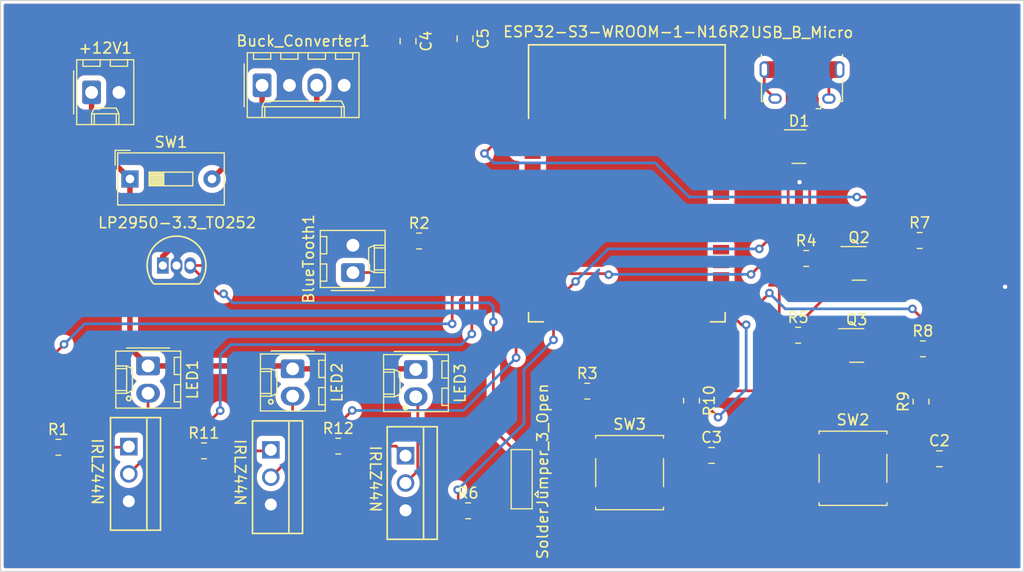
<source format=kicad_pcb>
(kicad_pcb (version 20221018) (generator pcbnew)
  (layers (0 "F.Cu" signal) (31 "B.Cu" signal) (34 "B.Paste" user) (35 "F.Paste" user) (36 "B.SilkS" user "B.Silkscreen") (37 "F.SilkS" user "F.Silkscreen") (38 "B.Mask" user) (39 "F.Mask" user) (44 "Edge.Cuts" user))
  (net 0 "")
  (net 1 "/+")
  (net 2 "GND")
  (net 3 "Net-(BlueTooth1-Pin_1)")
  (net 4 "/in+")
  (net 5 "/out+")
  (net 6 "/CHIP_PU")
  (net 7 "/GPIO0_STRAPPING")
  (net 8 "/D+")
  (net 9 "/D-")
  (net 10 "+5V")
  (net 12 "unconnected-(J1-Shield-Pad6)")
  (net 13 "Net-(JP1-C)")
  (net 14 "+3V3")
  (net 15 "/-")
  (net 16 "Net-(LED2-Pin_2)")
  (net 17 "Net-(LED3-Pin_2)")
  (net 18 "Net-(Q1-G)")
  (net 19 "Net-(Q2-B)")
  (net 20 "/RTS")
  (net 21 "Net-(Q2-C)")
  (net 22 "Net-(Q3-B)")
  (net 23 "/DTR")
  (net 24 "Net-(Q3-C)")
  (net 25 "Net-(Q4-G)")
  (net 26 "Net-(Q5-G)")
  (net 27 "/GPIO15")
  (net 28 "/GPIO5")
  (net 29 "/GPIO46_STRAPPING")
  (net 30 "/GPIO3_STRAPPING")
  (net 31 "/GPIO16")
  (net 32 "/GPIO17")
  (net 33 "/VBAT_SENSE")
  (net 34 "/GPIO6")
  (net 35 "/GPIO7")
  (net 36 "/GPIO18")
  (net 37 "/M1_FAULT")
  (net 38 "/M1_EN")
  (net 39 "/M1_PWM")
  (net 40 "/M1_DIR")
  (net 41 "/M2_FAULT")
  (net 42 "/M2_EN")
  (net 43 "/M2_PWM")
  (net 44 "/M2_DIR")
  (net 45 "/CAMERA_CS")
  (net 46 "/CAMERA_MOSI")
  (net 47 "/GPIO45_STRAPPING")
  (net 48 "/CAMERA_MISO")
  (net 49 "/CAMERA_SCK")
  (net 50 "/CAMERA_SDA")
  (net 51 "/CAMERA_SCL")
  (net 52 "/MTCK")
  (net 53 "/MTDO")
  (net 54 "/MTDI")
  (net 55 "/MTMS")
  (net 56 "/RX")
  (net 57 "/TX")
  (net 58 "/I_M_1")
  (net 59 "/I_M_2")
  (footprint "Resistor_SMD:R_0805_2012Metric" (layer "F.Cu") (at 195.389789 112.274608 90)
    (fp_text reference "R9" (at 0 -1.65 90) (layer "F.SilkS"))
    (fp_text value "100k")
    (pad "1" smd roundrect (at -0.9125 0 90) (size 1.025 1.4) (layers "F.Cu" "F.Paste" "F.Mask") (roundrect_rratio 0.243902439) (net 14 "+3V3"))
    (pad "2" smd roundrect (at 0.9125 0 90) (size 1.025 1.4) (layers "F.Cu" "F.Paste" "F.Mask") (roundrect_rratio 0.243902439) (net 6 "/CHIP_PU"))
  )
  (footprint "Connector_Molex:Molex_KK-254_AE-6410-02A_1x02_P2.54mm_Vertical" (layer "F.Cu") (at 142.615398 100.277915 90)
    (fp_text reference "BlueTooth1" (at 1.27 -4.12 90) (layer "F.SilkS"))
    (fp_text value "LED" hide)
    (pad "1" thru_hole roundrect (at 0 0 90) (size 1.74 2.19) (drill 1.19) (layers "*.Cu" "*.Mask") (roundrect_rratio 0.1436781609) (net 3 "Net-(BlueTooth1-Pin_1)"))
    (pad "2" thru_hole oval (at 2.54 0 90) (size 1.74 2.19) (drill 1.19) (layers "*.Cu" "*.Mask") (net 2 "GND"))
  )
  (footprint "Resistor_SMD:R_0805_2012Metric" (layer "F.Cu") (at 184.71822 98.968279)
    (fp_text reference "R4" (at 0 -1.65) (layer "F.SilkS"))
    (fp_text value "10k")
    (pad "1" smd roundrect (at -0.9125 0) (size 1.025 1.4) (layers "F.Cu" "F.Paste" "F.Mask") (roundrect_rratio 0.243902439) (net 23 "/DTR"))
    (pad "2" smd roundrect (at 0.9125 0) (size 1.025 1.4) (layers "F.Cu" "F.Paste" "F.Mask") (roundrect_rratio 0.243902439) (net 19 "Net-(Q2-B)"))
  )
  (footprint "Connector_USB:USB_Micro-B_Amphenol_10118194_Horizontal" (layer "F.Cu") (at 184.329553 82.703458 180)
    (fp_text reference "J1" hide)
    (fp_text value "USB_B_Micro" (at 0 4.75) (layer "F.SilkS"))
    (pad "1" smd rect (at -1.3 -1.4 180) (size 0.4 1.35) (layers "F.Cu" "F.Paste" "F.Mask") (net 10 "+5V"))
    (pad "2" smd rect (at -0.65 -1.4 180) (size 0.4 1.35) (layers "F.Cu" "F.Paste" "F.Mask") (net 9 "/D-"))
    (pad "3" smd rect (at 0 -1.4 180) (size 0.4 1.35) (layers "F.Cu" "F.Paste" "F.Mask") (net 8 "/D+"))
    (pad "4" smd rect (at 0.65 -1.4 180) (size 0.4 1.35) (layers "F.Cu" "F.Paste" "F.Mask"))
    (pad "5" smd rect (at 1.3 -1.4 180) (size 0.4 1.35) (layers "F.Cu" "F.Paste" "F.Mask") (net 2 "GND"))
    (pad "6" thru_hole oval (at -3.5 1.3 180) (size 0.89 1.55) (drill oval 0.5 1.15) (layers "*.Cu" "*.Mask") (net 12 "unconnected-(J1-Shield-Pad6)"))
    (pad "6" smd rect (at -2.9 1.3 180) (size 1.2 1.55) (layers "F.Cu" "F.Paste" "F.Mask") (net 12 "unconnected-(J1-Shield-Pad6)"))
    (pad "6" thru_hole oval (at -2.5 -1.4 180) (size 1.25 0.95) (drill oval 0.85 0.55) (layers "*.Cu" "*.Mask") (net 12 "unconnected-(J1-Shield-Pad6)"))
    (pad "6" smd rect (at -1 1.3 180) (size 1.5 1.55) (layers "F.Cu" "F.Paste" "F.Mask") (net 12 "unconnected-(J1-Shield-Pad6)"))
    (pad "6" smd rect (at 1 1.3 180) (size 1.5 1.55) (layers "F.Cu" "F.Paste" "F.Mask") (net 12 "unconnected-(J1-Shield-Pad6)"))
    (pad "6" thru_hole oval (at 2.5 -1.4 180) (size 1.25 0.95) (drill oval 0.85 0.55) (layers "*.Cu" "*.Mask") (net 12 "unconnected-(J1-Shield-Pad6)"))
    (pad "6" smd rect (at 2.9 1.3 180) (size 1.2 1.55) (layers "F.Cu" "F.Paste" "F.Mask") (net 12 "unconnected-(J1-Shield-Pad6)"))
    (pad "6" thru_hole oval (at 3.5 1.3 180) (size 0.89 1.55) (drill oval 0.5 1.15) (layers "*.Cu" "*.Mask") (net 12 "unconnected-(J1-Shield-Pad6)"))
  )
  (footprint "Resistor_SMD:R_0805_2012Metric_Pad1.20x1.40mm_HandSolder" (layer "F.Cu") (at 148.768279 97.342535)
    (fp_text reference "R2" (at 0 -1.65) (layer "F.SilkS"))
    (fp_text value "10000")
    (pad "1" smd roundrect (at -1 0) (size 1.2 1.4) (layers "F.Cu" "F.Paste" "F.Mask") (roundrect_rratio 0.2083333333) (net 28 "/GPIO5"))
    (pad "2" smd roundrect (at 1 0) (size 1.2 1.4) (layers "F.Cu" "F.Paste" "F.Mask") (roundrect_rratio 0.2083333333) (net 3 "Net-(BlueTooth1-Pin_1)"))
  )
  (footprint "Connector_Molex:Molex_KK-254_AE-6410-02A_1x02_P2.54mm_Vertical" (layer "F.Cu") (at 137.014557 109.228516 -90)
    (fp_text reference "LED2" (at 1.27 -4.12 90) (layer "F.SilkS"))
    (fp_text value "Conn_01x02" hide)
    (pad "1" thru_hole roundrect (at 0 0 270) (size 1.74 2.19) (drill 1.19) (layers "*.Cu" "*.Mask") (roundrect_rratio 0.1436781609) (net 1 "/+"))
    (pad "2" thru_hole oval (at 2.54 0 270) (size 1.74 2.19) (drill 1.19) (layers "*.Cu" "*.Mask") (net 16 "Net-(LED2-Pin_2)"))
  )
  (footprint "IRL:PG-TO220-3_INF" (layer "F.Cu") (at 134.990157 116.761054 -90)
    (fp_text reference "Q4" hide)
    (fp_text value "IRLZ44N" (at 2.096358 2.861677 -90 unlocked) (layer "F.SilkS"))
    (pad "1" thru_hole rect (at 0 0 270) (size 1.6256 1.6256) (drill 1.1176) (layers "*.Cu" "*.Mask") (net 25 "Net-(Q4-G)"))
    (pad "2" thru_hole circle (at 2.54 0 270) (size 1.6256 1.6256) (drill 1.1176) (layers "*.Cu" "*.Mask") (net 16 "Net-(LED2-Pin_2)"))
    (pad "3" thru_hole circle (at 5.08 0 270) (size 1.6256 1.6256) (drill 1.1176) (layers "*.Cu" "*.Mask") (net 2 "GND"))
  )
  (footprint "IRL:PG-TO220-3_INF" (layer "F.Cu") (at 121.797815 116.457394 -90)
    (fp_text reference "Q1" hide)
    (fp_text value "IRLZ44N" (at 2.332538 2.940403 -90 unlocked) (layer "F.SilkS"))
    (pad "1" thru_hole rect (at 0 0 270) (size 1.6256 1.6256) (drill 1.1176) (layers "*.Cu" "*.Mask") (net 18 "Net-(Q1-G)"))
    (pad "2" thru_hole circle (at 2.54 0 270) (size 1.6256 1.6256) (drill 1.1176) (layers "*.Cu" "*.Mask") (net 15 "/-"))
    (pad "3" thru_hole circle (at 5.08 0 270) (size 1.6256 1.6256) (drill 1.1176) (layers "*.Cu" "*.Mask") (net 2 "GND"))
  )
  (footprint "LP2950:LP3_TEX" (layer "F.Cu") (at 124.959876 99.619985)
    (fp_text reference "U2" hide)
    (fp_text value "LP2950-3.3_TO252" (at 1.320337 -3.973222 unlocked) (layer "F.SilkS"))
    (pad "1" thru_hole rect (at 0 0) (size 1.07 1.5) (drill 0.762) (layers "*.Cu" "*.Mask") (net 5 "/out+"))
    (pad "2" thru_hole oval (at 1.27 0) (size 1.07 1.5) (drill 0.762) (layers "*.Cu" "*.Mask") (net 2 "GND"))
    (pad "3" thru_hole oval (at 2.54 0) (size 1.07 1.5) (drill 0.762) (layers "*.Cu" "*.Mask") (net 14 "+3V3"))
  )
  (footprint "Connector_Molex:Molex_KK-254_AE-6410-02A_1x02_P2.54mm_Vertical" (layer "F.Cu") (at 148.452419 109.286497 -90)
    (fp_text reference "LED3" (at 1.27 -4.12 90) (layer "F.SilkS"))
    (fp_text value "Conn_01x02" hide)
    (pad "1" thru_hole roundrect (at 0 0 270) (size 1.74 2.19) (drill 1.19) (layers "*.Cu" "*.Mask") (roundrect_rratio 0.1436781609) (net 1 "/+"))
    (pad "2" thru_hole oval (at 2.54 0 270) (size 1.74 2.19) (drill 1.19) (layers "*.Cu" "*.Mask") (net 17 "Net-(LED3-Pin_2)"))
  )
  (footprint "Capacitor_SMD:C_0805_2012Metric" (layer "F.Cu") (at 147.73409 78.758016 -90)
    (fp_text reference "C4" (at 0 -1.68 90) (layer "F.SilkS"))
    (fp_text value "10u")
    (pad "1" smd roundrect (at -0.95 0 270) (size 1 1.45) (layers "F.Cu" "F.Paste" "F.Mask") (net 14 "+3V3"))
    (pad "2" smd roundrect (at 0.95 0 270) (size 1 1.45) (layers "F.Cu" "F.Paste" "F.Mask") (net 2 "GND"))
  )
  (footprint "Resistor_SMD:R_0805_2012Metric_Pad1.20x1.40mm_HandSolder" (layer "F.Cu") (at 128.772904 116.853758)
    (fp_text reference "R11" (at 0 -1.65) (layer "F.SilkS"))
    (fp_text value "10000")
    (pad "1" smd roundrect (at -1 0) (size 1.2 1.4) (layers "F.Cu" "F.Paste" "F.Mask") (roundrect_rratio 0.2083333333) (net 31 "/GPIO16"))
    (pad "2" smd roundrect (at 1 0) (size 1.2 1.4) (layers "F.Cu" "F.Paste" "F.Mask") (roundrect_rratio 0.2083333333) (net 25 "Net-(Q4-G)"))
  )
  (footprint "Capacitor_SMD:C_0805_2012Metric" (layer "F.Cu") (at 153.030094 78.529309 -90)
    (fp_text reference "C5" (at 0 -1.68 90) (layer "F.SilkS"))
    (fp_text value "100n")
    (pad "1" smd roundrect (at -0.95 0 270) (size 1 1.45) (layers "F.Cu" "F.Paste" "F.Mask") (net 14 "+3V3"))
    (pad "2" smd roundrect (at 0.95 0 270) (size 1 1.45) (layers "F.Cu" "F.Paste" "F.Mask") (net 2 "GND"))
  )
  (footprint "Jason's esp32:ESP32-S3-WROOM-1_EXP" (layer "F.Cu") (at 168.062695 91.980657)
    (fp_text reference "U1" hide)
    (fp_text value "ESP32-S3-WROOM-1-N16R2" (at -0.056142 -14.083011 unlocked) (layer "F.SilkS"))
    (pad "1" smd rect (at -8.75 -5.26) (size 1.4986 0.889) (layers "F.Cu" "F.Paste" "F.Mask") (net 2 "GND"))
    (pad "2" smd rect (at -8.75 -3.99) (size 1.4986 0.889) (layers "F.Cu" "F.Paste" "F.Mask") (net 14 "+3V3"))
    (pad "3" smd rect (at -8.75 -2.72) (size 1.4986 0.889) (layers "F.Cu" "F.Paste" "F.Mask") (net 6 "/CHIP_PU"))
    (pad "4" smd rect (at -8.75 -1.45) (size 1.4986 0.889) (layers "F.Cu" "F.Paste" "F.Mask") (net 33 "/VBAT_SENSE"))
    (pad "5" smd rect (at -8.75 -0.18) (size 1.4986 0.889) (layers "F.Cu" "F.Paste" "F.Mask") (net 28 "/GPIO5"))
    (pad "6" smd rect (at -8.75 1.09) (size 1.4986 0.889) (layers "F.Cu" "F.Paste" "F.Mask") (net 34 "/GPIO6"))
    (pad "7" smd rect (at -8.75 2.36) (size 1.4986 0.889) (layers "F.Cu" "F.Paste" "F.Mask") (net 35 "/GPIO7"))
    (pad "8" smd rect (at -8.75 3.63) (size 1.4986 0.889) (layers "F.Cu" "F.Paste" "F.Mask") (net 27 "/GPIO15"))
    (pad "9" smd rect (at -8.75 4.9) (size 1.4986 0.889) (layers "F.Cu" "F.Paste" "F.Mask") (net 31 "/GPIO16"))
    (pad "10" smd rect (at -8.75 6.17) (size 1.4986 0.889) (layers "F.Cu" "F.Paste" "F.Mask") (net 32 "/GPIO17"))
    (pad "11" smd rect (at -8.75 7.44) (size 1.4986 0.889) (layers "F.Cu" "F.Paste" "F.Mask") (net 36 "/GPIO18"))
    (pad "12" smd rect (at -8.75 8.71) (size 1.4986 0.889) (layers "F.Cu" "F.Paste" "F.Mask") (net 37 "/M1_FAULT"))
    (pad "13" smd rect (at -8.75 9.98) (size 1.4986 0.889) (layers "F.Cu" "F.Paste" "F.Mask") (net 9 "/D-"))
    (pad "14" smd rect (at -8.75 11.25) (size 1.4986 0.889) (layers "F.Cu" "F.Paste" "F.Mask") (net 8 "/D+"))
    (pad "15" smd rect (at -6.985 12.5 90) (size 1.4986 0.889) (layers "F.Cu" "F.Paste" "F.Mask") (net 30 "/GPIO3_STRAPPING"))
    (pad "16" smd rect (at -5.715 12.5 90) (size 1.4986 0.889) (layers "F.Cu" "F.Paste" "F.Mask") (net 29 "/GPIO46_STRAPPING"))
    (pad "17" smd rect (at -4.445 12.5 90) (size 1.4986 0.889) (layers "F.Cu" "F.Paste" "F.Mask") (net 38 "/M1_EN"))
    (pad "18" smd rect (at -3.175 12.5 90) (size 1.4986 0.889) (layers "F.Cu" "F.Paste" "F.Mask") (net 39 "/M1_PWM"))
    (pad "19" smd rect (at -1.905 12.5 90) (size 1.4986 0.889) (layers "F.Cu" "F.Paste" "F.Mask") (net 40 "/M1_DIR"))
    (pad "20" smd rect (at -0.635 12.5 90) (size 1.4986 0.889) (layers "F.Cu" "F.Paste" "F.Mask") (net 41 "/M2_FAULT"))
    (pad "21" smd rect (at 0.635 12.5 90) (size 1.4986 0.889) (layers "F.Cu" "F.Paste" "F.Mask") (net 42 "/M2_EN"))
    (pad "22" smd rect (at 1.905 12.5 90) (size 1.4986 0.889) (layers "F.Cu" "F.Paste" "F.Mask") (net 43 "/M2_PWM"))
    (pad "23" smd rect (at 3.175 12.5 90) (size 1.4986 0.889) (layers "F.Cu" "F.Paste" "F.Mask") (net 44 "/M2_DIR"))
    (pad "24" smd rect (at 4.445 12.5 90) (size 1.4986 0.889) (layers "F.Cu" "F.Paste" "F.Mask") (net 45 "/CAMERA_CS"))
    (pad "25" smd rect (at 5.715 12.5 90) (size 1.4986 0.889) (layers "F.Cu" "F.Paste" "F.Mask") (net 46 "/CAMERA_MOSI"))
    (pad "26" smd rect (at 6.985 12.5 90) (size 1.4986 0.889) (layers "F.Cu" "F.Paste" "F.Mask") (net 47 "/GPIO45_STRAPPING"))
    (pad "27" smd rect (at 8.75 11.25) (size 1.4986 0.889) (layers "F.Cu" "F.Paste" "F.Mask") (net 7 "/GPIO0_STRAPPING"))
    (pad "28" smd rect (at 8.75 9.98) (size 1.4986 0.889) (layers "F.Cu" "F.Paste" "F.Mask") (net 48 "/CAMERA_MISO"))
    (pad "29" smd rect (at 8.75 8.71) (size 1.4986 0.889) (layers "F.Cu" "F.Paste" "F.Mask") (net 49 "/CAMERA_SCK"))
    (pad "30" smd rect (at 8.75 7.44) (size 1.4986 0.889) (layers "F.Cu" "F.Paste" "F.Mask") (net 50 "/CAMERA_SDA"))
    (pad "31" smd rect (at 8.75 6.17) (size 1.4986 0.889) (layers "F.Cu" "F.Paste" "F.Mask") (net 51 "/CAMERA_SCL"))
    (pad "32" smd rect (at 8.75 4.9) (size 1.4986 0.889) (layers "F.Cu" "F.Paste" "F.Mask") (net 52 "/MTCK"))
    (pad "33" smd rect (at 8.75 3.63) (size 1.4986 0.889) (layers "F.Cu" "F.Paste" "F.Mask") (net 53 "/MTDO"))
    (pad "34" smd rect (at 8.75 2.36) (size 1.4986 0.889) (layers "F.Cu" "F.Paste" "F.Mask") (net 54 "/MTDI"))
    (pad "35" smd rect (at 8.75 1.09) (size 1.4986 0.889) (layers "F.Cu" "F.Paste" "F.Mask") (net 55 "/MTMS"))
    (pad "36" smd rect (at 8.75 -0.18) (size 1.4986 0.889) (layers "F.Cu" "F.Paste" "F.Mask") (net 56 "/RX"))
    (pad "37" smd rect (at 8.75 -1.45) (size 1.4986 0.889) (layers "F.Cu" "F.Paste" "F.Mask") (net 57 "/TX"))
    (pad "38" smd rect (at 8.75 -2.72) (size 1.4986 0.889) (layers "F.Cu" "F.Paste" "F.Mask") (net 58 "/I_M_1"))
    (pad "39" smd rect (at 8.75 -3.99) (size 1.4986 0.889) (layers "F.Cu" "F.Paste" "F.Mask") (net 59 "/I_M_2"))
    (pad "40" smd rect (at 8.75 -5.26) (size 1.4986 0.889) (layers "F.Cu" "F.Paste" "F.Mask") (net 2 "GND"))
    (pad "41" smd rect (at -1.25 2.46) (size 0.889 0.889) (layers "F.Cu" "F.Paste" "F.Mask") (net 2 "GND"))
    (pad "42" smd rect (at -1.25 1.06) (size 0.889 0.889) (layers "F.Cu" "F.Paste" "F.Mask") (net 2 "GND"))
    (pad "43" smd rect (at -2.65 1.06) (size 0.889 0.889) (layers "F.Cu" "F.Paste" "F.Mask") (net 2 "GND"))
    (pad "44" smd rect (at -2.65 2.46) (size 0.889 0.889) (layers "F.Cu" "F.Paste" "F.Mask") (net 2 "GND"))
    (pad "45" smd rect (at -2.65 3.86) (size 0.889 0.889) (layers "F.Cu" "F.Paste" "F.Mask") (net 2 "GND"))
    (pad "46" smd rect (at -1.25 3.86) (size 0.889 0.889) (layers "F.Cu" "F.Paste" "F.Mask") (net 2 "GND"))
    (pad "47" smd rect (at 0.15 3.86) (size 0.889 0.889) (layers "F.Cu" "F.Paste" "F.Mask") (net 2 "GND"))
    (pad "48" smd rect (at 0.15 2.46) (size 0.889 0.889) (layers "F.Cu" "F.Paste" "F.Mask") (net 2 "GND"))
    (pad "49" smd rect (at 0.15 1.06) (size 0.889 0.889) (layers "F.Cu" "F.Paste" "F.Mask") (net 2 "GND"))
  )
  (footprint "Button_Switch_THT:SW_DIP_SPSTx01_Slide_9.78x4.72mm_W7.62mm_P2.54mm" (layer "F.Cu") (at 121.904276 91.572994)
    (fp_text reference "SW1" (at 3.81 -3.42) (layer "F.SilkS"))
    (fp_text value "SW_DIP_x01" hide)
    (pad "1" thru_hole rect (at 0 0) (size 1.6 1.6) (drill 0.8) (layers "*.Cu" "*.Mask") (net 1 "/+"))
    (pad "2" thru_hole oval (at 7.62 0) (size 1.6 1.6) (drill 0.8) (layers "*.Cu" "*.Mask") (net 4 "/in+"))
  )
  (footprint "Capacitor_SMD:C_0805_2012Metric" (layer "F.Cu") (at 197.094003 117.592762)
    (fp_text reference "C2" (at 0 -1.68) (layer "F.SilkS"))
    (fp_text value "1u")
    (pad "1" smd roundrect (at -0.95 0) (size 1 1.45) (layers "F.Cu" "F.Paste" "F.Mask") (net 6 "/CHIP_PU"))
    (pad "2" smd roundrect (at 0.95 0) (size 1 1.45) (layers "F.Cu" "F.Paste" "F.Mask") (net 2 "GND"))
  )
  (footprint "Connector_Molex:Molex_KK-254_AE-6410-02A_1x02_P2.54mm_Vertical" (layer "F.Cu") (at 118.339464 83.526003)
    (fp_text reference "+12V1" (at 1.27 -4.12) (layer "F.SilkS"))
    (fp_text value "Conn_01x02" hide)
    (pad "1" thru_hole roundrect (at 0 0) (size 1.74 2.19) (drill 1.19) (layers "*.Cu" "*.Mask") (roundrect_rratio 0.1436781609) (net 1 "/+"))
    (pad "2" thru_hole oval (at 2.54 0) (size 1.74 2.19) (drill 1.19) (layers "*.Cu" "*.Mask") (net 2 "GND"))
  )
  (footprint "IRL:PG-TO220-3_INF" (layer "F.Cu") (at 147.501475 117.303843 -90)
    (fp_text reference "Q5" hide)
    (fp_text value "IRLZ44N" (at 2.160889 2.799219 -90 unlocked) (layer "F.SilkS"))
    (pad "1" thru_hole rect (at 0 0 270) (size 1.6256 1.6256) (drill 1.1176) (layers "*.Cu" "*.Mask") (net 26 "Net-(Q5-G)"))
    (pad "2" thru_hole circle (at 2.54 0 270) (size 1.6256 1.6256) (drill 1.1176) (layers "*.Cu" "*.Mask") (net 17 "Net-(LED3-Pin_2)"))
    (pad "3" thru_hole circle (at 5.08 0 270) (size 1.6256 1.6256) (drill 1.1176) (layers "*.Cu" "*.Mask") (net 2 "GND"))
  )
  (footprint "Connector_Molex:Molex_KK-254_AE-6410-02A_1x02_P2.54mm_Vertical" (layer "F.Cu") (at 123.586035 108.958596 -90)
    (fp_text reference "LED1" (at 1.27 -4.12 90) (layer "F.SilkS"))
    (fp_text value "Conn_01x02" hide)
    (pad "1" thru_hole roundrect (at 0 0 270) (size 1.74 2.19) (drill 1.19) (layers "*.Cu" "*.Mask") (roundrect_rratio 0.1436781609) (net 1 "/+"))
    (pad "2" thru_hole oval (at 2.54 0 270) (size 1.74 2.19) (drill 1.19) (layers "*.Cu" "*.Mask") (net 15 "/-"))
  )
  (footprint "Resistor_SMD:R_0805_2012Metric" (layer "F.Cu") (at 195.562592 107.36954)
    (fp_text reference "R8" (at 0 -1.65) (layer "F.SilkS"))
    (fp_text value "10k")
    (pad "1" smd roundrect (at -0.9125 0) (size 1.025 1.4) (layers "F.Cu" "F.Paste" "F.Mask") (roundrect_rratio 0.243902439) (net 24 "Net-(Q3-C)"))
    (pad "2" smd roundrect (at 0.9125 0) (size 1.025 1.4) (layers "F.Cu" "F.Paste" "F.Mask") (roundrect_rratio 0.243902439) (net 7 "/GPIO0_STRAPPING"))
  )
  (footprint "Capacitor_SMD:C_0805_2012Metric" (layer "F.Cu") (at 175.933053 117.277855)
    (fp_text reference "C3" (at 0 -1.68) (layer "F.SilkS"))
    (fp_text value "1u")
    (pad "1" smd roundrect (at -0.95 0) (size 1 1.45) (layers "F.Cu" "F.Paste" "F.Mask") (net 7 "/GPIO0_STRAPPING"))
    (pad "2" smd roundrect (at 0.95 0) (size 1 1.45) (layers "F.Cu" "F.Paste" "F.Mask") (net 2 "GND"))
  )
  (footprint "Button_Switch_SMD:SW_SPST_B3S-1000" (layer "F.Cu") (at 168.318961 118.879239)
    (fp_text reference "SW3" (at 0 -4.5) (layer "F.SilkS"))
    (fp_text value "SW_Push")
    (pad "1" smd rect (at -3.975 -2.25) (size 1.55 1.3) (layers "F.Cu" "F.Paste" "F.Mask") (net 2 "GND"))
    (pad "1" smd rect (at 3.975 -2.25) (size 1.55 1.3) (layers "F.Cu" "F.Paste" "F.Mask") (net 2 "GND"))
    (pad "2" smd rect (at -3.975 2.25) (size 1.55 1.3) (layers "F.Cu" "F.Paste" "F.Mask") (net 7 "/GPIO0_STRAPPING"))
    (pad "2" smd rect (at 3.975 2.25) (size 1.55 1.3) (layers "F.Cu" "F.Paste" "F.Mask") (net 7 "/GPIO0_STRAPPING"))
  )
  (footprint "Jumper:SolderJumper-3_P2.0mm_Open_TrianglePad1.0x1.5mm" (layer "F.Cu") (at 158.315147 119.489733 90)
    (fp_text reference "JP1" hide)
    (fp_text value "SolderJumper_3_Open" (at 0.725 1.925 90) (layer "F.SilkS"))
    (pad "1" smd custom (at -2 0 90) (size 0.3 0.3) (layers "F.Cu" "F.Mask") (net 2 "GND") (options (clearance outline) (anchor rect)) (primitives (gr_poly (pts (xy 1 0) (xy 0.5 0.75) (xy -0.5 0.75) (xy -0.5 -0.75) (xy 0.5 -0.75)) (width 0) (fill yes))))
    (pad "2" smd custom (at 0 0 90) (size 0.3 0.3) (layers "F.Cu") (net 13 "Net-(JP1-C)") (options (clearance outline) (anchor rect)) (primitives (gr_poly (pts (xy 0.7 0) (xy 1.2 0.75) (xy -1.2 0.75) (xy -0.7 0) (xy -1.2 -0.75) (xy 1.2 -0.75)) (width 0) (fill yes))))
    (pad "3" smd custom (at 2 0 270) (size 0.3 0.3) (layers "F.Cu" "F.Mask") (net 14 "+3V3") (options (clearance outline) (anchor rect)) (primitives (gr_poly (pts (xy 1 0) (xy 0.5 0.75) (xy -0.5 0.75) (xy -0.5 -0.75) (xy 0.5 -0.75)) (width 0) (fill yes))))
  )
  (footprint "Resistor_SMD:R_0805_2012Metric_Pad1.20x1.40mm_HandSolder" (layer "F.Cu") (at 141.256706 116.415138)
    (fp_text reference "R12" (at 0 -1.65) (layer "F.SilkS"))
    (fp_text value "10000")
    (pad "1" smd roundrect (at -1 0) (size 1.2 1.4) (layers "F.Cu" "F.Paste" "F.Mask") (roundrect_rratio 0.2083333333) (net 32 "/GPIO17"))
    (pad "2" smd roundrect (at 1 0) (size 1.2 1.4) (layers "F.Cu" "F.Paste" "F.Mask") (roundrect_rratio 0.2083333333) (net 26 "Net-(Q5-G)"))
  )
  (footprint "Connector_Molex:Molex_KK-254_AE-6410-04A_1x04_P2.54mm_Vertical" (layer "F.Cu") (at 134.180397 82.868073)
    (fp_text reference "Buck_Converter1" (at 3.81 -4.12) (layer "F.SilkS"))
    (fp_text value "Conn_01x04" hide)
    (pad "1" thru_hole roundrect (at 0 0) (size 1.74 2.19) (drill 1.19) (layers "*.Cu" "*.Mask") (roundrect_rratio 0.1436781609) (net 4 "/in+"))
    (pad "2" thru_hole oval (at 2.54 0) (size 1.74 2.19) (drill 1.19) (layers "*.Cu" "*.Mask") (net 2 "GND"))
    (pad "3" thru_hole oval (at 5.08 0) (size 1.74 2.19) (drill 1.19) (layers "*.Cu" "*.Mask") (net 5 "/out+"))
    (pad "4" thru_hole oval (at 7.62 0) (size 1.74 2.19) (drill 1.19) (layers "*.Cu" "*.Mask") (net 2 "GND"))
  )
  (footprint "Package_TO_SOT_SMD:SOT-23" (layer "F.Cu") (at 189.416211 107.05429)
    (fp_text reference "Q3" (at 0 -2.4) (layer "F.SilkS"))
    (fp_text value "SS8050-G")
    (pad "1" smd roundrect (at -0.9375 -0.95) (size 1.475 0.6) (layers "F.Cu" "F.Paste" "F.Mask") (net 22 "Net-(Q3-B)"))
    (pad "2" smd roundrect (at -0.9375 0.95) (size 1.475 0.6) (layers "F.Cu" "F.Paste" "F.Mask") (net 23 "/DTR"))
    (pad "3" smd roundrect (at 0.9375 0) (size 1.475 0.6) (layers "F.Cu" "F.Paste" "F.Mask") (net 24 "Net-(Q3-C)"))
  )
  (footprint "Resistor_SMD:R_0805_2012Metric" (layer "F.Cu") (at 183.972901 106.10429)
    (fp_text reference "R5" (at 0 -1.65) (layer "F.SilkS"))
    (fp_text value "10k")
    (pad "1" smd roundrect (at -0.9125 0) (size 1.025 1.4) (layers "F.Cu" "F.Paste" "F.Mask") (roundrect_rratio 0.243902439) (net 20 "/RTS"))
    (pad "2" smd roundrect (at 0.9125 0) (size 1.025 1.4) (layers "F.Cu" "F.Paste" "F.Mask") (roundrect_rratio 0.243902439) (net 22 "Net-(Q3-B)"))
  )
  (footprint "Package_TO_SOT_SMD:SOT-143" (layer "F.Cu") (at 184.04597 88.566055)
    (fp_text reference "D1" (at 0.02 -2.38) (layer "F.SilkS"))
    (fp_text value "SP0503BAHT")
    (pad "1" smd rect (at -1 -0.75) (size 0.7 1) (layers "F.Cu" "F.Paste" "F.Mask") (net 2 "GND"))
    (pad "2" smd rect (at -1 0.95) (size 0.7 0.6) (layers "F.Cu" "F.Paste" "F.Mask") (net 8 "/D+"))
    (pad "3" smd rect (at 1 0.95) (size 0.7 0.6) (layers "F.Cu" "F.Paste" "F.Mask") (net 9 "/D-"))
    (pad "4" smd rect (at 1 -0.95) (size 0.7 0.6) (layers "F.Cu" "F.Paste" "F.Mask") (net 10 "+5V"))
  )
  (footprint "Resistor_SMD:R_0805_2012Metric" (layer "F.Cu") (at 195.258932 97.298149)
    (fp_text reference "R7" (at 0 -1.65) (layer "F.SilkS"))
    (fp_text value "10k")
    (pad "1" smd roundrect (at -0.9125 0) (size 1.025 1.4) (layers "F.Cu" "F.Paste" "F.Mask") (roundrect_rratio 0.243902439) (net 21 "Net-(Q2-C)"))
    (pad "2" smd roundrect (at 0.9125 0) (size 1.025 1.4) (layers "F.Cu" "F.Paste" "F.Mask") (roundrect_rratio 0.243902439) (net 6 "/CHIP_PU"))
  )
  (footprint "Button_Switch_SMD:SW_SPST_B3S-1000" (layer "F.Cu") (at 189.069064 118.474359)
    (fp_text reference "SW2" (at 0 -4.5) (layer "F.SilkS"))
    (fp_text value "SW_Push")
    (pad "1" smd rect (at -3.975 -2.25) (size 1.55 1.3) (layers "F.Cu" "F.Paste" "F.Mask") (net 2 "GND"))
    (pad "1" smd rect (at 3.975 -2.25) (size 1.55 1.3) (layers "F.Cu" "F.Paste" "F.Mask") (net 2 "GND"))
    (pad "2" smd rect (at -3.975 2.25) (size 1.55 1.3) (layers "F.Cu" "F.Paste" "F.Mask") (net 6 "/CHIP_PU"))
    (pad "2" smd rect (at 3.975 2.25) (size 1.55 1.3) (layers "F.Cu" "F.Paste" "F.Mask") (net 6 "/CHIP_PU"))
  )
  (footprint "Resistor_SMD:R_0805_2012Metric" (layer "F.Cu") (at 164.381696 111.302125)
    (fp_text reference "R3" (at 0 -1.65) (layer "F.SilkS"))
    (fp_text value "1k")
    (pad "1" smd roundrect (at -0.9125 0) (size 1.025 1.4) (layers "F.Cu" "F.Paste" "F.Mask") (roundrect_rratio 0.243902439) (net 29 "/GPIO46_STRAPPING"))
    (pad "2" smd roundrect (at 0.9125 0) (size 1.025 1.4) (layers "F.Cu" "F.Paste" "F.Mask") (roundrect_rratio 0.243902439) (net 14 "+3V3"))
  )
  (footprint "Package_TO_SOT_SMD:SOT-23" (layer "F.Cu") (at 189.63433 99.423769)
    (fp_text reference "Q2" (at 0 -2.4) (layer "F.SilkS"))
    (fp_text value "SS8050-G")
    (pad "1" smd roundrect (at -0.9375 -0.95) (size 1.475 0.6) (layers "F.Cu" "F.Paste" "F.Mask") (net 19 "Net-(Q2-B)"))
    (pad "2" smd roundrect (at -0.9375 0.95) (size 1.475 0.6) (layers "F.Cu" "F.Paste" "F.Mask") (net 20 "/RTS"))
    (pad "3" smd roundrect (at 0.9375 0) (size 1.475 0.6) (layers "F.Cu" "F.Paste" "F.Mask") (net 21 "Net-(Q2-C)"))
  )
  (footprint "Resistor_SMD:R_0805_2012Metric" (layer "F.Cu") (at 174.066106 112.184634 -90)
    (fp_text reference "R10" (at 0 -1.65 90) (layer "F.SilkS"))
    (fp_text value "100k")
    (pad "1" smd roundrect (at -0.9125 0 270) (size 1.025 1.4) (layers "F.Cu" "F.Paste" "F.Mask") (roundrect_rratio 0.243902439) (net 14 "+3V3"))
    (pad "2" smd roundrect (at 0.9125 0 270) (size 1.025 1.4) (layers "F.Cu" "F.Paste" "F.Mask") (roundrect_rratio 0.243902439) (net 7 "/GPIO0_STRAPPING"))
  )
  (footprint "Resistor_SMD:R_0805_2012Metric_Pad1.20x1.40mm_HandSolder" (layer "F.Cu") (at 115.252501 116.516358)
    (fp_text reference "R1" (at 0 -1.65) (layer "F.SilkS"))
    (fp_text value "10000")
    (pad "1" smd roundrect (at -1 0) (size 1.2 1.4) (layers "F.Cu" "F.Paste" "F.Mask") (roundrect_rratio 0.2083333333) (net 27 "/GPIO15"))
    (pad "2" smd roundrect (at 1 0) (size 1.2 1.4) (layers "F.Cu" "F.Paste" "F.Mask") (roundrect_rratio 0.2083333333) (net 18 "Net-(Q1-G)"))
  )
  (footprint "Resistor_SMD:R_0805_2012Metric" (layer "F.Cu") (at 153.314974 122.428829)
    (fp_text reference "R6" (at 0 -1.65) (layer "F.SilkS"))
    (fp_text value "1k")
    (pad "1" smd roundrect (at -0.9125 0) (size 1.025 1.4) (layers "F.Cu" "F.Paste" "F.Mask") (roundrect_rratio 0.243902439) (net 30 "/GPIO3_STRAPPING"))
    (pad "2" smd roundrect (at 0.9125 0) (size 1.025 1.4) (layers "F.Cu" "F.Paste" "F.Mask") (roundrect_rratio 0.243902439) (net 13 "Net-(JP1-C)"))
  )
  (gr_rect (start 109.881369 74.985359) (end 204.926964 128.058387) (stroke (width 0.1)) (fill none) (layer "Edge.Cuts"))
  (segment (start 137.014557 109.228516) (end 148.394438 109.228516) (width 0.508) (layer "F.Cu") (net 1))
  (segment (start 148.394438 109.228516) (end 148.452419 109.286497) (width 0.508) (layer "F.Cu") (net 1))
  (segment (start 123.586035 108.958596) (end 136.744637 108.958596) (width 0.508) (layer "F.Cu") (net 1))
  (segment (start 121.904276 91.572994) (end 121.904276 107.276837) (width 0.508) (layer "F.Cu") (net 1))
  (segment (start 136.744637 108.958596) (end 137.014557 109.228516) (width 0.508) (layer "F.Cu") (net 1))
  (segment (start 121.904276 107.276837) (end 123.586035 108.958596) (width 0.508) (layer "F.Cu") (net 1))
  (segment (start 118.339464 88.008182) (end 121.904276 91.572994) (width 0.508) (layer "F.Cu") (net 1))
  (segment (start 118.339464 83.526003) (end 118.339464 88.008182) (width 0.508) (layer "F.Cu") (net 1))
  (segment (start 183.029553 84.578458) (end 180.887354 86.720657) (width 0.254) (layer "F.Cu") (net 2))
  (segment (start 183.04597 87.816055) (end 183.72297 88.493055) (width 0.254) (layer "F.Cu") (net 2))
  (segment (start 183.72297 91.493528) (end 184.104798 91.875356) (width 0.254) (layer "F.Cu") (net 2))
  (segment (start 180.887354 86.720657) (end 176.812695 86.720657) (width 0.254) (layer "F.Cu") (net 2))
  (segment (start 203.2 101.6) (end 203.2 113.044085) (width 0.254) (layer "F.Cu") (net 2))
  (segment (start 183.029553 84.103458) (end 183.029553 84.578458) (width 0.254) (layer "F.Cu") (net 2))
  (segment (start 203.2 113.044085) (end 199.318625 116.92546) (width 0.254) (layer "F.Cu") (net 2))
  (segment (start 198.711305 116.92546) (end 198.044003 117.592762) (width 0.254) (layer "F.Cu") (net 2))
  (segment (start 199.318625 116.92546) (end 198.711305 116.92546) (width 0.254) (layer "F.Cu") (net 2))
  (segment (start 183.72297 88.493055) (end 183.72297 91.493528) (width 0.254) (layer "F.Cu") (net 2))
  (via (at 203.2 101.6) (size 0.8) (drill 0.4) (layers "F.Cu" "B.Cu") (net 2))
  (via (at 184.104798 91.875356) (size 0.8) (drill 0.4) (layers "F.Cu" "B.Cu") (net 2))
  (segment (start 193.475356 91.875356) (end 203.2 101.6) (width 0.254) (layer "B.Cu") (net 2))
  (segment (start 184.104798 91.875356) (end 193.475356 91.875356) (width 0.254) (layer "B.Cu") (net 2))
  (segment (start 149.768279 97.342535) (end 146.832899 100.277915) (width 0.254) (layer "F.Cu") (net 3))
  (segment (start 146.832899 100.277915) (end 142.615398 100.277915) (width 0.254) (layer "F.Cu") (net 3))
  (segment (start 134.180397 86.916873) (end 129.524276 91.572994) (width 0.508) (layer "F.Cu") (net 4))
  (segment (start 134.180397 82.868073) (end 134.180397 86.916873) (width 0.508) (layer "F.Cu") (net 4))
  (segment (start 139.260397 84.471073) (end 124.959876 98.771594) (width 0.508) (layer "F.Cu") (net 5))
  (segment (start 139.260397 82.868073) (end 139.260397 84.471073) (width 0.508) (layer "F.Cu") (net 5))
  (segment (start 124.959876 98.771594) (end 124.959876 99.619985) (width 0.508) (layer "F.Cu") (net 5))
  (segment (start 157.857909 89.260657) (end 159.312695 89.260657) (width 0.254) (layer "F.Cu") (net 6))
  (segment (start 193.044064 120.724359) (end 193.044064 120.692701) (width 0.254) (layer "F.Cu") (net 6))
  (segment (start 192.128255 93.254972) (end 189.429055 93.254972) (width 0.254) (layer "F.Cu") (net 6))
  (segment (start 196.643941 112.61626) (end 195.389789 111.362108) (width 0.254) (layer "F.Cu") (net 6))
  (segment (start 185.094064 120.724359) (end 193.044064 120.724359) (width 0.254) (layer "F.Cu") (net 6))
  (segment (start 193.044064 120.692701) (end 196.144003 117.592762) (width 0.254) (layer "F.Cu") (net 6))
  (segment (start 197.314592 98.441309) (end 197.314592 109.437305) (width 0.254) (layer "F.Cu") (net 6))
  (segment (start 156.048943 87.991531) (end 156.588783 87.991531) (width 0.254) (layer "F.Cu") (net 6))
  (segment (start 196.643941 117.092824) (end 196.643941 112.61626) (width 0.254) (layer "F.Cu") (net 6))
  (segment (start 156.588783 87.991531) (end 157.857909 89.260657) (width 0.254) (layer "F.Cu") (net 6))
  (segment (start 196.171432 97.298149) (end 197.314592 98.441309) (width 0.254) (layer "F.Cu") (net 6))
  (segment (start 197.314592 109.437305) (end 195.389789 111.362108) (width 0.254) (layer "F.Cu") (net 6))
  (segment (start 196.171432 97.298149) (end 192.128255 93.254972) (width 0.254) (layer "F.Cu") (net 6))
  (segment (start 154.834303 89.206171) (end 156.048943 87.991531) (width 0.254) (layer "F.Cu") (net 6))
  (segment (start 196.144003 117.592762) (end 196.643941 117.092824) (width 0.254) (layer "F.Cu") (net 6))
  (via (at 189.429055 93.254972) (size 0.8) (drill 0.4) (layers "F.Cu" "B.Cu") (net 6))
  (via (at 154.834303 89.206171) (size 0.8) (drill 0.4) (layers "F.Cu" "B.Cu") (net 6))
  (segment (start 173.863666 93.254972) (end 170.692105 90.083411) (width 0.254) (layer "B.Cu") (net 6))
  (segment (start 170.692105 90.083411) (end 155.711543 90.083411) (width 0.254) (layer "B.Cu") (net 6))
  (segment (start 189.429055 93.254972) (end 173.863666 93.254972) (width 0.254) (layer "B.Cu") (net 6))
  (segment (start 155.711543 90.083411) (end 154.834303 89.206171) (width 0.254) (layer "B.Cu") (net 6))
  (segment (start 196.475092 107.36954) (end 196.475092 105.534459) (width 0.254) (layer "F.Cu") (net 7))
  (segment (start 164.343961 121.129239) (end 172.293961 121.129239) (width 0.254) (layer "F.Cu") (net 7))
  (segment (start 174.983053 117.277855) (end 174.983053 114.014081) (width 0.254) (layer "F.Cu") (net 7))
  (segment (start 179.144577 105.131453) (end 178.713491 105.131453) (width 0.254) (layer "F.Cu") (net 7))
  (segment (start 175.908576 113.097134) (end 176.53535 113.723908) (width 0.254) (layer "F.Cu") (net 7))
  (segment (start 178.713491 105.131453) (end 176.812695 103.230657) (width 0.254) (layer "F.Cu") (net 7))
  (segment (start 174.066106 113.097134) (end 175.908576 113.097134) (width 0.254) (layer "F.Cu") (net 7))
  (segment (start 174.983053 114.014081) (end 174.066106 113.097134) (width 0.254) (layer "F.Cu") (net 7))
  (segment (start 172.293961 121.129239) (end 172.293961 119.966947) (width 0.254) (layer "F.Cu") (net 7))
  (segment (start 181.306485 102.182351) (end 180.258179 103.230657) (width 0.254) (layer "F.Cu") (net 7))
  (segment (start 180.258179 103.230657) (end 176.812695 103.230657) (width 0.254) (layer "F.Cu") (net 7))
  (segment (start 172.293961 119.966947) (end 174.983053 117.277855) (width 0.254) (layer "F.Cu") (net 7))
  (segment (start 196.475092 105.534459) (end 194.592549 103.651916) (width 0.254) (layer "F.Cu") (net 7))
  (via (at 176.53535 113.723908) (size 0.8) (drill 0.4) (layers "F.Cu" "B.Cu") (net 7))
  (via (at 194.592549 103.651916) (size 0.8) (drill 0.4) (layers "F.Cu" "B.Cu") (net 7))
  (via (at 181.306485 102.182351) (size 0.8) (drill 0.4) (layers "F.Cu" "B.Cu") (net 7))
  (via (at 179.144577 105.131453) (size 0.8) (drill 0.4) (layers "F.Cu" "B.Cu") (net 7))
  (segment (start 194.592549 103.651916) (end 182.77605 103.651916) (width 0.254) (layer "B.Cu") (net 7))
  (segment (start 179.144577 111.114681) (end 179.144577 105.131453) (width 0.254) (layer "B.Cu") (net 7))
  (segment (start 182.77605 103.651916) (end 181.306485 102.182351) (width 0.254) (layer "B.Cu") (net 7))
  (segment (start 176.53535 113.723908) (end 179.144577 111.114681) (width 0.254) (layer "B.Cu") (net 7))
  (segment (start 182.36897 88.839055) (end 182.36897 86.993041) (width 0.254) (layer "F.Cu") (net 8))
  (segment (start 183.04597 95.394313) (end 180.36424 98.076043) (width 0.254) (layer "F.Cu") (net 8))
  (segment (start 161.173784 103.230657) (end 159.312695 103.230657) (width 0.254) (layer "F.Cu") (net 8))
  (segment (start 183.04597 89.516055) (end 182.36897 88.839055) (width 0.254) (layer "F.Cu") (net 8))
  (segment (start 184.329553 85.032458) (end 184.329553 84.103458) (width 0.254) (layer "F.Cu") (net 8))
  (segment (start 182.36897 86.993041) (end 184.329553 85.032458) (width 0.254) (layer "F.Cu") (net 8))
  (segment (start 163.299295 101.105146) (end 161.173784 103.230657) (width 0.254) (layer "F.Cu") (net 8))
  (segment (start 183.04597 89.516055) (end 183.04597 95.394313) (width 0.254) (layer "F.Cu") (net 8))
  (via (at 163.299295 101.105146) (size 0.8) (drill 0.4) (layers "F.Cu" "B.Cu") (net 8))
  (via (at 180.36424 98.076043) (size 0.8) (drill 0.4) (layers "F.Cu" "B.Cu") (net 8))
  (segment (start 166.328398 98.076043) (end 163.299295 101.105146) (width 0.254) (layer "B.Cu") (net 8))
  (segment (start 180.36424 98.076043) (end 166.328398 98.076043) (width 0.254) (layer "B.Cu") (net 8))
  (segment (start 185.04597 94.998838) (end 179.599466 100.445342) (width 0.254) (layer "F.Cu") (net 9))
  (segment (start 184.979553 85.032458) (end 184.979553 84.103458) (width 0.254) (layer "F.Cu") (net 9))
  (segment (start 166.373384 100.475333) (end 166.276197 100.378146) (width 0.254) (layer "F.Cu") (net 9))
  (segment (start 185.04597 89.516055) (end 184.36897 88.839055) (width 0.254) (layer "F.Cu") (net 9))
  (segment (start 166.276197 100.378146) (end 161.898506 100.378146) (width 0.254) (layer "F.Cu") (net 9))
  (segment (start 161.898506 100.378146) (end 160.315995 101.960657) (width 0.254) (layer "F.Cu") (net 9))
  (segment (start 160.315995 101.960657) (end 159.312695 101.960657) (width 0.254) (layer "F.Cu") (net 9))
  (segment (start 185.04597 89.516055) (end 185.04597 94.998838) (width 0.254) (layer "F.Cu") (net 9))
  (segment (start 184.36897 88.839055) (end 184.36897 85.643041) (width 0.254) (layer "F.Cu") (net 9))
  (segment (start 184.36897 85.643041) (end 184.979553 85.032458) (width 0.254) (layer "F.Cu") (net 9))
  (via (at 179.599466 100.445342) (size 0.8) (drill 0.4) (layers "F.Cu" "B.Cu") (net 9))
  (via (at 166.373384 100.475333) (size 0.8) (drill 0.4) (layers "F.Cu" "B.Cu") (net 9))
  (segment (start 166.403375 100.445342) (end 166.373384 100.475333) (width 0.254) (layer "B.Cu") (net 9))
  (segment (start 179.599466 100.445342) (end 166.403375 100.445342) (width 0.254) (layer "B.Cu") (net 9))
  (segment (start 185.629553 84.578458) (end 185.629553 84.103458) (width 0.254) (layer "F.Cu") (net 10))
  (segment (start 185.04597 87.616055) (end 185.633553 87.028472) (width 0.508) (layer "F.Cu") (net 10))
  (segment (start 185.633553 87.028472) (end 185.633553 84.103458) (width 0.508) (layer "F.Cu") (net 10))
  (segment (start 180.829553 83.103458) (end 181.829553 84.103458) (width 0.254) (layer "F.Cu") (net 12))
  (segment (start 185.329553 81.403458) (end 187.229553 81.403458) (width 0.254) (layer "F.Cu") (net 12))
  (segment (start 181.429553 81.403458) (end 183.329553 81.403458) (width 0.254) (layer "F.Cu") (net 12))
  (segment (start 180.829553 81.403458) (end 180.829553 83.103458) (width 0.254) (layer "F.Cu") (net 12))
  (segment (start 180.829553 81.403458) (end 181.429553 81.403458) (width 0.254) (layer "F.Cu") (net 12))
  (segment (start 187.829553 81.403458) (end 187.229553 81.403458) (width 0.254) (layer "F.Cu") (net 12))
  (segment (start 186.829553 84.103458) (end 186.829553 82.403458) (width 0.254) (layer "F.Cu") (net 12))
  (segment (start 183.329553 81.403458) (end 185.329553 81.403458) (width 0.254) (layer "F.Cu") (net 12))
  (segment (start 186.829553 82.403458) (end 187.829553 81.403458) (width 0.254) (layer "F.Cu") (net 12))
  (segment (start 156.406288 120.250015) (end 156.406288 119.684642) (width 0.254) (layer "F.Cu") (net 13))
  (segment (start 156.601197 119.489733) (end 158.315147 119.489733) (width 0.254) (layer "F.Cu") (net 13))
  (segment (start 154.227474 122.428829) (end 156.406288 120.250015) (width 0.254) (layer "F.Cu") (net 13))
  (segment (start 156.406288 119.684642) (end 156.601197 119.489733) (width 0.254) (layer "F.Cu") (net 13))
  (segment (start 158.759717 87.990657) (end 159.312695 87.990657) (width 0.254) (layer "F.Cu") (net 14))
  (segment (start 130.603956 102.252306) (end 130.132197 102.252306) (width 0.254) (layer "F.Cu") (net 14))
  (segment (start 148.78609 78.860016) (end 148.78609 80.203944) (width 0.254) (layer "F.Cu") (net 14))
  (segment (start 147.73409 77.808016) (end 148.78609 78.860016) (width 0.254) (layer "F.Cu") (net 14))
  (segment (start 174.036115 111.302125) (end 174.066106 111.272134) (width 0.254) (layer "F.Cu") (net 14))
  (segment (start 158.315147 117.489733) (end 155.661533 114.836119) (width 0.254) (layer "F.Cu") (net 14))
  (segment (start 180.741603 111.272134) (end 182.656577 113.187108) (width 0.254) (layer "F.Cu") (net 14))
  (segment (start 153.030094 77.579309) (end 154.082094 78.631309) (width 0.254) (layer "F.Cu") (net 14))
  (segment (start 174.066106 111.272134) (end 180.741603 111.272134) (width 0.254) (layer "F.Cu") (net 14))
  (segment (start 155.661533 114.836119) (end 155.661533 104.861533) (width 0.254) (layer "F.Cu") (net 14))
  (segment (start 129.370049 99.619985) (end 127.499876 99.619985) (width 0.254) (layer "F.Cu") (net 14))
  (segment (start 154.082094 78.631309) (end 154.082094 83.313034) (width 0.254) (layer "F.Cu") (net 14))
  (segment (start 182.656577 113.187108) (end 195.389789 113.187108) (width 0.254) (layer "F.Cu") (net 14))
  (segment (start 152.801387 77.808016) (end 153.030094 77.579309) (width 0.254) (layer "F.Cu") (net 14))
  (segment (start 159.106588 117.489733) (end 158.315147 117.489733) (width 0.254) (layer "F.Cu") (net 14))
  (segment (start 130.132197 102.252306) (end 127.499876 99.619985) (width 0.254) (layer "F.Cu") (net 14))
  (segment (start 148.78609 80.203944) (end 129.370049 99.619985) (width 0.254) (layer "F.Cu") (net 14))
  (segment (start 154.082094 83.313034) (end 158.759717 87.990657) (width 0.254) (layer "F.Cu") (net 14))
  (segment (start 165.294196 111.302125) (end 174.036115 111.302125) (width 0.254) (layer "F.Cu") (net 14))
  (segment (start 147.73409 77.808016) (end 152.801387 77.808016) (width 0.254) (layer "F.Cu") (net 14))
  (segment (start 165.294196 111.302125) (end 159.106588 117.489733) (width 0.254) (layer "F.Cu") (net 14))
  (via (at 130.603956 102.252306) (size 0.8) (drill 0.4) (layers "F.Cu" "B.Cu") (net 14))
  (via (at 155.661533 104.861533) (size 0.8) (drill 0.4) (layers "F.Cu" "B.Cu") (net 14))
  (segment (start 155.279147 103.08456) (end 131.43621 103.08456) (width 0.254) (layer "B.Cu") (net 14))
  (segment (start 155.661533 103.466946) (end 155.279147 103.08456) (width 0.254) (layer "B.Cu") (net 14))
  (segment (start 131.43621 103.08456) (end 130.603956 102.252306) (width 0.254) (layer "B.Cu") (net 14))
  (segment (start 155.661533 104.861533) (end 155.661533 103.466946) (width 0.254) (layer "B.Cu") (net 14))
  (segment (start 123.586035 117.209174) (end 121.797815 118.997394) (width 0.254) (layer "F.Cu") (net 15))
  (segment (start 123.586035 111.498596) (end 123.586035 117.209174) (width 0.254) (layer "F.Cu") (net 15))
  (segment (start 137.014557 117.276654) (end 134.990157 119.301054) (width 0.254) (layer "F.Cu") (net 16))
  (segment (start 137.014557 111.768516) (end 137.014557 117.276654) (width 0.254) (layer "F.Cu") (net 16))
  (segment (start 148.641275 118.704043) (end 147.501475 119.843843) (width 0.254) (layer "F.Cu") (net 17))
  (segment (start 148.452419 111.826497) (end 148.641275 112.015353) (width 0.254) (layer "F.Cu") (net 17))
  (segment (start 148.641275 112.015353) (end 148.641275 118.704043) (width 0.254) (layer "F.Cu") (net 17))
  (segment (start 121.738851 116.516358) (end 121.797815 116.457394) (width 0.254) (layer "F.Cu") (net 18))
  (segment (start 116.252501 116.516358) (end 121.738851 116.516358) (width 0.254) (layer "F.Cu") (net 18))
  (segment (start 188.69683 98.473769) (end 186.12523 98.473769) (width 0.254) (layer "F.Cu") (net 19))
  (segment (start 186.12523 98.473769) (end 185.63072 98.968279) (width 0.254) (layer "F.Cu") (net 19))
  (segment (start 188.69683 100.373769) (end 183.060401 106.010198) (width 0.254) (layer "F.Cu") (net 20))
  (segment (start 183.060401 106.010198) (end 183.060401 106.10429) (width 0.254) (layer "F.Cu") (net 20))
  (segment (start 190.57183 99.423769) (end 192.220812 99.423769) (width 0.254) (layer "F.Cu") (net 21))
  (segment (start 192.220812 99.423769) (end 194.346432 97.298149) (width 0.254) (layer "F.Cu") (net 21))
  (segment (start 184.885401 106.10429) (end 188.478711 106.10429) (width 0.254) (layer "F.Cu") (net 22))
  (segment (start 183.80572 98.968279) (end 181.318648 101.455351) (width 0.254) (layer "F.Cu") (net 23))
  (segment (start 181.929772 101.455351) (end 182.220901 101.74648) (width 0.254) (layer "F.Cu") (net 23))
  (segment (start 183.424973 108.00429) (end 188.478711 108.00429) (width 0.254) (layer "F.Cu") (net 23))
  (segment (start 181.318648 101.455351) (end 181.929772 101.455351) (width 0.254) (layer "F.Cu") (net 23))
  (segment (start 182.220901 106.800218) (end 183.424973 108.00429) (width 0.254) (layer "F.Cu") (net 23))
  (segment (start 182.220901 101.74648) (end 182.220901 106.800218) (width 0.254) (layer "F.Cu") (net 23))
  (segment (start 194.334842 107.05429) (end 194.650092 107.36954) (width 0.254) (layer "F.Cu") (net 24))
  (segment (start 190.353711 107.05429) (end 194.334842 107.05429) (width 0.254) (layer "F.Cu") (net 24))
  (segment (start 134.897453 116.853758) (end 134.990157 116.761054) (width 0.254) (layer "F.Cu") (net 25))
  (segment (start 129.772904 116.853758) (end 134.897453 116.853758) (width 0.254) (layer "F.Cu") (net 25))
  (segment (start 142.256706 116.415138) (end 146.61277 116.415138) (width 0.254) (layer "F.Cu") (net 26))
  (segment (start 146.61277 116.415138) (end 147.501475 117.303843) (width 0.254) (layer "F.Cu") (net 26))
  (segment (start 151.837666 105.04148) (end 151.837666 102.507886) (width 0.254) (layer "F.Cu") (net 27))
  (segment (start 114.252501 116.516358) (end 114.252501 108.48176) (width 0.254) (layer "F.Cu") (net 27))
  (segment (start 114.252501 108.48176) (end 115.780847 106.953414) (width 0.254) (layer "F.Cu") (net 27))
  (segment (start 151.837666 102.507886) (end 158.734895 95.610657) (width 0.254) (layer "F.Cu") (net 27))
  (segment (start 158.734895 95.610657) (end 159.312695 95.610657) (width 0.254) (layer "F.Cu") (net 27))
  (via (at 115.780847 106.953414) (size 0.8) (drill 0.4) (layers "F.Cu" "B.Cu") (net 27))
  (via (at 151.837666 105.04148) (size 0.8) (drill 0.4) (layers "F.Cu" "B.Cu") (net 27))
  (segment (start 115.780847 106.953414) (end 117.692781 105.04148) (width 0.254) (layer "B.Cu") (net 27))
  (segment (start 117.692781 105.04148) (end 151.837666 105.04148) (width 0.254) (layer "B.Cu") (net 27))
  (segment (start 153.310157 91.800657) (end 159.312695 91.800657) (width 0.254) (layer "F.Cu") (net 28))
  (segment (start 147.768279 97.342535) (end 153.310157 91.800657) (width 0.254) (layer "F.Cu") (net 28))
  (segment (start 163.469196 111.302125) (end 162.347695 110.180624) (width 0.254) (layer "F.Cu") (net 29))
  (segment (start 162.347695 110.180624) (end 162.347695 104.480657) (width 0.254) (layer "F.Cu") (net 29))
  (segment (start 152.402474 122.428829) (end 152.402474 120.539389) (width 0.254) (layer "F.Cu") (net 30))
  (segment (start 161.249854 106.533538) (end 161.249854 104.652816) (width 0.254) (layer "F.Cu") (net 30))
  (segment (start 152.402474 120.539389) (end 152.342492 120.479407) (width 0.254) (layer "F.Cu") (net 30))
  (segment (start 161.249854 104.652816) (end 161.077695 104.480657) (width 0.254) (layer "F.Cu") (net 30))
  (via (at 161.249854 106.533538) (size 0.8) (drill 0.4) (layers "F.Cu" "B.Cu") (net 30))
  (via (at 152.342492 120.479407) (size 0.8) (drill 0.4) (layers "F.Cu" "B.Cu") (net 30))
  (segment (start 158.502907 114.318992) (end 158.502907 109.280485) (width 0.254) (layer "B.Cu") (net 30))
  (segment (start 152.342492 120.479407) (end 158.502907 114.318992) (width 0.254) (layer "B.Cu") (net 30))
  (segment (start 158.502907 109.280485) (end 161.249854 106.533538) (width 0.254) (layer "B.Cu") (net 30))
  (segment (start 127.772904 115.632733) (end 130.289049 113.116588) (width 0.254) (layer "F.Cu") (net 31))
  (segment (start 127.772904 116.853758) (end 127.772904 115.632733) (width 0.254) (layer "F.Cu") (net 31))
  (segment (start 158.309395 96.880657) (end 159.312695 96.880657) (width 0.254) (layer "F.Cu") (net 31))
  (segment (start 153.659626 101.530426) (end 158.309395 96.880657) (width 0.254) (layer "F.Cu") (net 31))
  (segment (start 153.659626 105.9862) (end 153.659626 101.530426) (width 0.254) (layer "F.Cu") (net 31))
  (via (at 153.659626 105.9862) (size 0.8) (drill 0.4) (layers "F.Cu" "B.Cu") (net 31))
  (via (at 130.289049 113.116588) (size 0.8) (drill 0.4) (layers "F.Cu" "B.Cu") (net 31))
  (segment (start 130.289049 107.943121) (end 131.256263 106.975907) (width 0.254) (layer "B.Cu") (net 31))
  (segment (start 130.289049 113.116588) (end 130.289049 107.943121) (width 0.254) (layer "B.Cu") (net 31))
  (segment (start 152.669919 106.975907) (end 153.659626 105.9862) (width 0.254) (layer "B.Cu") (net 31))
  (segment (start 131.256263 106.975907) (end 152.669919 106.975907) (width 0.254) (layer "B.Cu") (net 31))
  (segment (start 158.309395 98.150657) (end 159.312695 98.150657) (width 0.254) (layer "F.Cu") (net 32))
  (segment (start 140.256706 116.415138) (end 140.256706 115.390329) (width 0.254) (layer "F.Cu") (net 32))
  (segment (start 157.775907 108.19557) (end 157.775907 98.684145) (width 0.254) (layer "F.Cu") (net 32))
  (segment (start 157.775907 98.684145) (end 158.309395 98.150657) (width 0.254) (layer "F.Cu") (net 32))
  (segment (start 140.256706 115.390329) (end 142.547918 113.099117) (width 0.254) (layer "F.Cu") (net 32))
  (via (at 142.547918 113.099117) (size 0.8) (drill 0.4) (layers "F.Cu" "B.Cu") (net 32))
  (via (at 157.775907 108.19557) (size 0.8) (drill 0.4) (layers "F.Cu" "B.Cu") (net 32))
  (segment (start 152.87236 113.099117) (end 157.775907 108.19557) (width 0.254) (layer "B.Cu") (net 32))
  (segment (start 142.547918 113.099117) (end 152.87236 113.099117) (width 0.254) (layer "B.Cu") (net 32))
  (zone (net 2) (net_name "GND") (layers "F&B.Cu") (connect_pads yes (clearance 0.5)) (min_thickness 0.25) (fill yes (thermal_gap 0.5) (thermal_bridge_width 0.5))
    (polygon (pts (xy 204.919022 128.038902) (xy 204.919022 74.999545) (xy 109.927605 74.999545) (xy 109.927605 128.038902)))
  )
)
</source>
